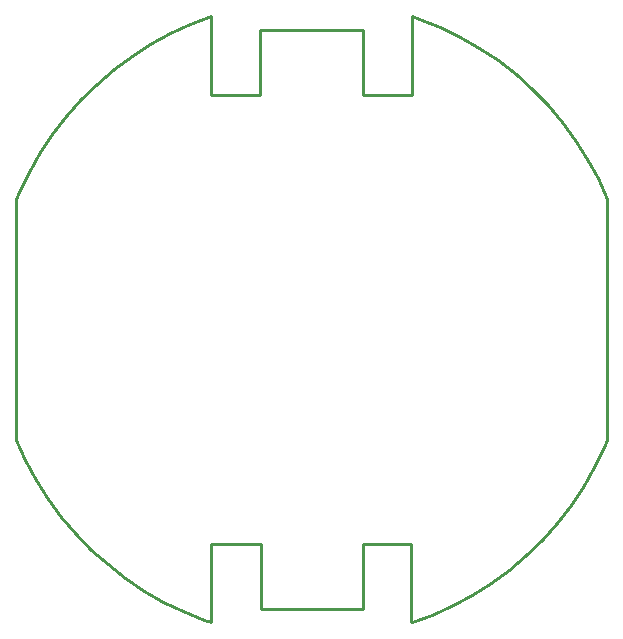
<source format=gm1>
%FSTAX25Y25*%
%MOIN*%
%SFA1B1*%

%IPPOS*%
%ADD32C,0.010000*%
%LNsocket_trojan-1*%
%LPD*%
G54D32*
X000413Y00624D02*
D01*
X0007179Y005562*
X0010694Y0049069*
X0014657Y0042779*
X0019049Y0036782*
X0023849Y0031105*
X0029033Y0025777*
X0034576Y0020823*
X0040452Y0016269*
X0046631Y0012135*
X0053083Y0008442*
X0059776Y0005208*
X006668Y000245*
X006908Y000162*
X013585Y000156D02*
D01*
X0142821Y0004141*
X0149596Y0007202*
X015614Y0010728*
X0162423Y0014702*
X0168413Y0019105*
X0174081Y0023914*
X01794Y0029108*
X0184344Y003466*
X0188888Y0040543*
X0193011Y0046729*
X0196693Y0053187*
X0199915Y0059887*
X020098Y00624*
Y014272D02*
D01*
X0197933Y0149497*
X0194421Y0156045*
X0190461Y0162332*
X0186073Y0168328*
X0181276Y0174003*
X0176096Y0179329*
X0170556Y0184282*
X0164684Y0188835*
X015851Y0192968*
X0152061Y0196661*
X0145372Y0199894*
X0138472Y0202653*
X013603Y02035*
X006908Y020349D02*
D01*
X0062113Y0200895*
X0055344Y0197822*
X0048806Y0194283*
X004253Y0190297*
X0036548Y0185883*
X0030889Y0181063*
X0025579Y0175859*
X0020646Y0170298*
X0016112Y0164406*
X0012001Y0158212*
X0008331Y0151747*
X0005122Y0145041*
X000413Y014272*
X006909Y017736D02*
Y020344D01*
X000413Y00624D02*
Y006516D01*
X008543Y018991D02*
Y019882D01*
X011968*
Y017736D02*
Y019882D01*
X008543Y017736D02*
Y018991D01*
X011968Y017736D02*
X013602D01*
X006909D02*
X008543D01*
X008563Y000591D02*
X011968D01*
Y002776*
X008563Y000591D02*
Y002776D01*
X011968D02*
X013583D01*
X006909D02*
X008563D01*
X000413Y006516D02*
Y014272D01*
X020098Y00624D02*
Y014272D01*
X013583Y000163D02*
Y002776D01*
X006909Y000165D02*
Y002776D01*
X013602Y017736D02*
Y020347D01*
M02*
</source>
